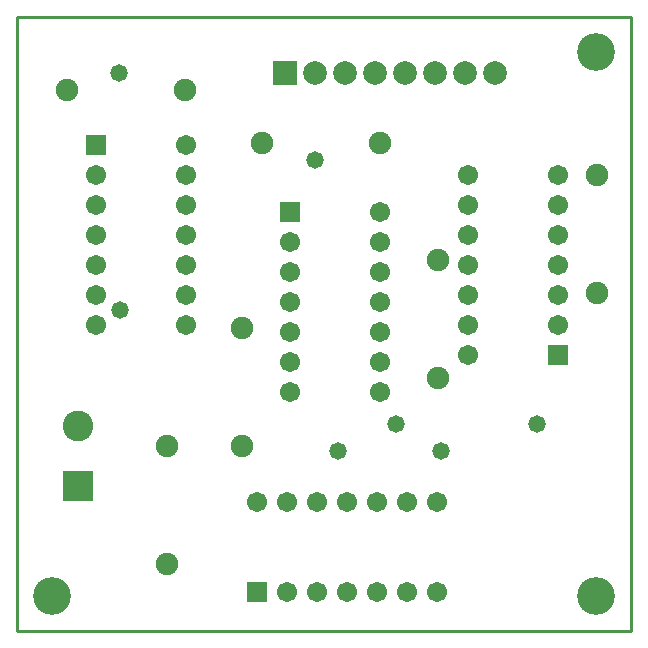
<source format=gts>
G04 Layer_Color=8388736*
%FSLAX44Y44*%
%MOMM*%
G71*
G01*
G75*
%ADD11C,0.2540*%
%ADD26R,1.7032X1.7032*%
%ADD27C,1.7032*%
%ADD28R,1.7032X1.7032*%
%ADD29R,2.0032X2.0032*%
%ADD30C,2.0032*%
%ADD31C,2.6032*%
%ADD32R,2.6032X2.6032*%
%ADD33C,1.9032*%
%ADD34C,3.2032*%
%ADD35C,1.4732*%
D11*
X0Y520000D02*
X520000D01*
Y0D02*
Y520000D01*
X0Y0D02*
X520000D01*
X0D02*
Y520000D01*
D26*
X231140Y354800D02*
D03*
X458470Y233680D02*
D03*
X67310Y411480D02*
D03*
D27*
X231140Y329400D02*
D03*
Y304000D02*
D03*
Y278600D02*
D03*
Y253200D02*
D03*
Y227800D02*
D03*
Y202400D02*
D03*
X307340Y354800D02*
D03*
Y329400D02*
D03*
Y304000D02*
D03*
Y278600D02*
D03*
Y253200D02*
D03*
Y227800D02*
D03*
Y202400D02*
D03*
X228600Y33020D02*
D03*
X254000D02*
D03*
X279400D02*
D03*
X304800D02*
D03*
X330200D02*
D03*
X355600D02*
D03*
X203200Y109220D02*
D03*
X228600D02*
D03*
X254000D02*
D03*
X279400D02*
D03*
X304800D02*
D03*
X330200D02*
D03*
X355600D02*
D03*
X458470Y259080D02*
D03*
Y284480D02*
D03*
Y309880D02*
D03*
Y335280D02*
D03*
Y360680D02*
D03*
Y386080D02*
D03*
X382270Y233680D02*
D03*
Y259080D02*
D03*
Y284480D02*
D03*
Y309880D02*
D03*
Y335280D02*
D03*
Y360680D02*
D03*
Y386080D02*
D03*
X67310D02*
D03*
Y360680D02*
D03*
Y335280D02*
D03*
Y309880D02*
D03*
Y284480D02*
D03*
Y259080D02*
D03*
X143510Y411480D02*
D03*
Y386080D02*
D03*
Y360680D02*
D03*
Y335280D02*
D03*
Y309880D02*
D03*
Y284480D02*
D03*
Y259080D02*
D03*
D28*
X203200Y33020D02*
D03*
D29*
X227330Y472910D02*
D03*
D30*
X252730D02*
D03*
X278130D02*
D03*
X303530D02*
D03*
X328930D02*
D03*
X354330D02*
D03*
X379730D02*
D03*
X405130D02*
D03*
D31*
X52070Y173990D02*
D03*
D32*
Y123190D02*
D03*
D33*
X491490Y286550D02*
D03*
Y386550D02*
D03*
X127000Y56680D02*
D03*
Y156680D02*
D03*
X190500Y157010D02*
D03*
Y257010D02*
D03*
X356870Y214160D02*
D03*
Y314160D02*
D03*
X307810Y413220D02*
D03*
X207810D02*
D03*
X142710Y458470D02*
D03*
X42710D02*
D03*
D34*
X30000Y30000D02*
D03*
X490000D02*
D03*
Y490000D02*
D03*
D35*
X252730Y398780D02*
D03*
X359410Y152400D02*
D03*
X271780D02*
D03*
X440690Y175260D02*
D03*
X321310D02*
D03*
X86360Y472440D02*
D03*
X87630Y271780D02*
D03*
M02*

</source>
